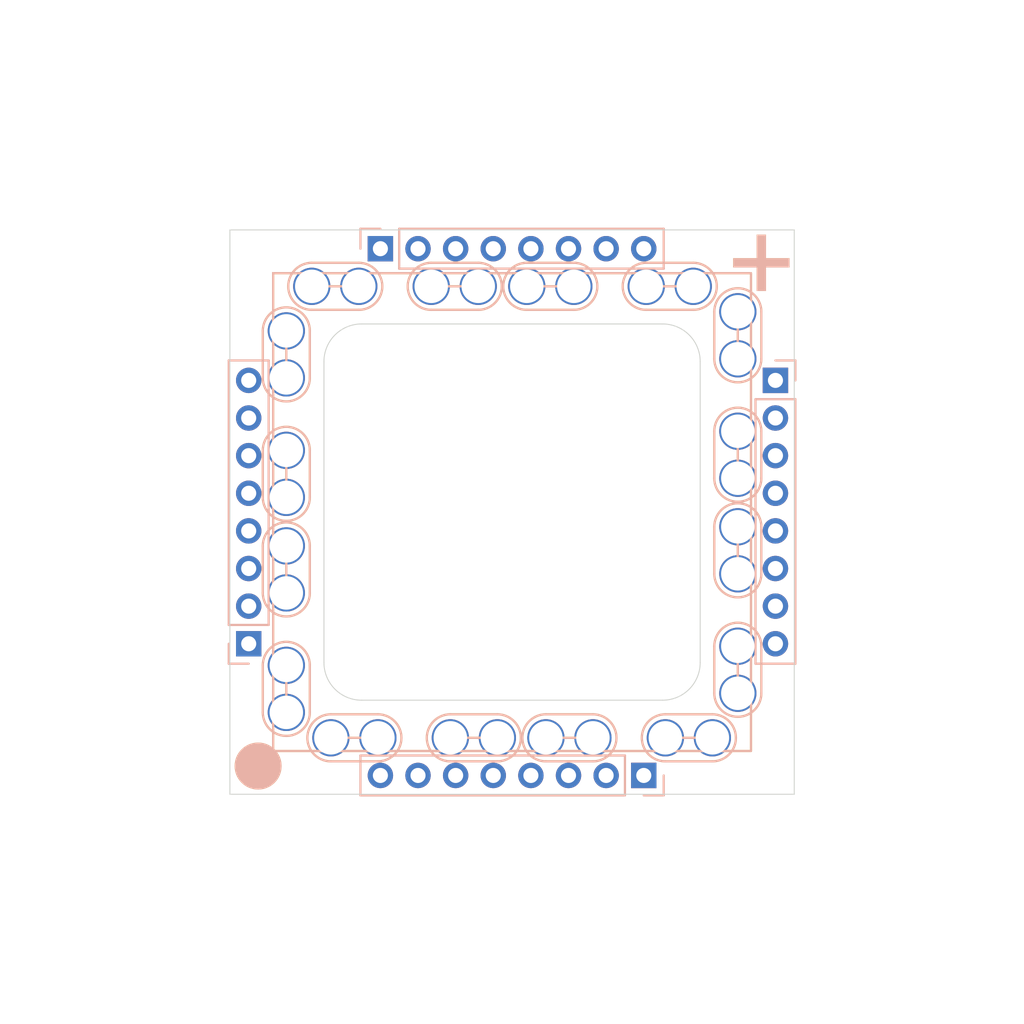
<source format=kicad_pcb>
(kicad_pcb (version 20210722) (generator pcbnew)
  (layers (0 "F.Cu" signal) (31 "B.Cu" signal) (34 "B.Paste" user) (35 "F.Paste" user) (36 "B.SilkS" user "B.Silkscreen") (37 "F.SilkS" user "F.Silkscreen") (38 "B.Mask" user) (39 "F.Mask" user) (44 "Edge.Cuts" user))
  (net 0 "")
  (footprint "custom_footprints:0921-pair" (layer "F.Cu") (at 12 8.382 90)
    (fp_text reference "J37" hide)
    (fp_text value "Conn_01x02" hide)
    (fp_line (start -1.25 0) (end 1.25 0) (layer "B.SilkS") (width 0.12))
    (fp_line (start -1.25 1.25) (end 1.25 1.25) (layer "B.SilkS") (width 0.12))
    (fp_line (start -1.25 -1.25) (end 1.25 -1.25) (layer "B.SilkS") (width 0.12))
    (fp_arc (start 1.25 0) (end 1.25 1.25) (angle -180) (layer "B.SilkS") (width 0.12))
    (fp_arc (start -1.25 0) (end -1.25 -1.25) (angle -180) (layer "B.SilkS") (width 0.12))
    (fp_line (start 1.25 -1.25) (end -1.25 -1.25) (layer "F.SilkS") (width 0.12))
    (fp_line (start 1.25 0) (end -1.25 0) (layer "F.SilkS") (width 0.12))
    (fp_line (start 1.25 1.25) (end -1.25 1.25) (layer "F.SilkS") (width 0.12))
    (fp_arc (start 1.25 0) (end 1.25 -1.25) (angle 180) (layer "F.SilkS") (width 0.12))
    (fp_arc (start -1.25 0) (end -1.25 1.25) (angle 180) (layer "F.SilkS") (width 0.12))
    (pad "1" thru_hole circle (at -1.25 0 90) (size 1.98 1.98) (drill 1.78) (layers *.Cu *.Mask))
    (pad "2" thru_hole circle (at 1.25 0 90) (size 1.98 1.98) (drill 1.78) (layers *.Cu *.Mask))
  )
  (footprint "custom_footprints:0921-pair" (layer "F.Cu") (at 2.032 -12 180)
    (fp_text reference "J10" hide)
    (fp_text value "Conn_01x02" hide)
    (fp_line (start -1.25 0) (end 1.25 0) (layer "B.SilkS") (width 0.12))
    (fp_line (start -1.25 1.25) (end 1.25 1.25) (layer "B.SilkS") (width 0.12))
    (fp_line (start -1.25 -1.25) (end 1.25 -1.25) (layer "B.SilkS") (width 0.12))
    (fp_arc (start -1.25 0) (end -1.25 -1.25) (angle -180) (layer "B.SilkS") (width 0.12))
    (fp_arc (start 1.25 0) (end 1.25 1.25) (angle -180) (layer "B.SilkS") (width 0.12))
    (fp_line (start 1.25 -1.25) (end -1.25 -1.25) (layer "F.SilkS") (width 0.12))
    (fp_line (start 1.25 1.25) (end -1.25 1.25) (layer "F.SilkS") (width 0.12))
    (fp_line (start 1.25 0) (end -1.25 0) (layer "F.SilkS") (width 0.12))
    (fp_arc (start 1.25 0) (end 1.25 -1.25) (angle 180) (layer "F.SilkS") (width 0.12))
    (fp_arc (start -1.25 0) (end -1.25 1.25) (angle 180) (layer "F.SilkS") (width 0.12))
    (pad "1" thru_hole circle (at -1.25 0 180) (size 1.98 1.98) (drill 1.78) (layers *.Cu *.Mask))
    (pad "2" thru_hole circle (at 1.25 0 180) (size 1.98 1.98) (drill 1.78) (layers *.Cu *.Mask))
  )
  (footprint "custom_footprints:PTT-one-pin" (layer "F.Cu") (at 14 7)
    (fp_text reference "J28" hide)
    (fp_text value "Conn_01x01" hide)
    (pad "1" thru_hole circle (at 0 0) (size 1.3 1.3) (drill 0.762) (layers *.Cu *.Mask))
  )
  (footprint "custom_footprints:PTT-one-pin" (layer "F.Cu") (at 14 1)
    (fp_text reference "J33" hide)
    (fp_text value "Conn_01x01" hide)
    (pad "1" thru_hole circle (at 0 0) (size 1.3 1.3) (drill 0.762) (layers *.Cu *.Mask))
  )
  (footprint "custom_footprints:0921-pair" (layer "F.Cu") (at -8.382 12)
    (fp_text reference "J40" hide)
    (fp_text value "Conn_01x02" hide)
    (fp_line (start -1.25 1.25) (end 1.25 1.25) (layer "B.SilkS") (width 0.12))
    (fp_line (start -1.25 0) (end 1.25 0) (layer "B.SilkS") (width 0.12))
    (fp_line (start -1.25 -1.25) (end 1.25 -1.25) (layer "B.SilkS") (width 0.12))
    (fp_arc (start 1.25 0) (end 1.25 1.25) (angle -180) (layer "B.SilkS") (width 0.12))
    (fp_arc (start -1.25 0) (end -1.25 -1.25) (angle -180) (layer "B.SilkS") (width 0.12))
    (fp_line (start 1.25 0) (end -1.25 0) (layer "F.SilkS") (width 0.12))
    (fp_line (start 1.25 1.25) (end -1.25 1.25) (layer "F.SilkS") (width 0.12))
    (fp_line (start 1.25 -1.25) (end -1.25 -1.25) (layer "F.SilkS") (width 0.12))
    (fp_arc (start -1.25 0) (end -1.25 1.25) (angle 180) (layer "F.SilkS") (width 0.12))
    (fp_arc (start 1.25 0) (end 1.25 -1.25) (angle 180) (layer "F.SilkS") (width 0.12))
    (pad "1" thru_hole circle (at -1.25 0) (size 1.98 1.98) (drill 1.78) (layers *.Cu *.Mask))
    (pad "2" thru_hole circle (at 1.25 0) (size 1.98 1.98) (drill 1.78) (layers *.Cu *.Mask))
  )
  (footprint "custom_footprints:PTT-one-pin" (layer "F.Cu") (at 14 -1)
    (fp_text reference "J34" hide)
    (fp_text value "Conn_01x01" hide)
    (pad "1" thru_hole circle (at 0 0) (size 1.3 1.3) (drill 0.762) (layers *.Cu *.Mask))
  )
  (footprint "custom_footprints:PTT-one-pin" (layer "F.Cu") (at -14 5)
    (fp_text reference "J26" hide)
    (fp_text value "Conn_01x01" hide)
    (pad "1" thru_hole circle (at 0 0) (size 1.3 1.3) (drill 0.762) (layers *.Cu *.Mask))
  )
  (footprint "custom_footprints:0921-pair" (layer "F.Cu") (at -9.398 -12)
    (fp_text reference "J30" hide)
    (fp_text value "Conn_01x02" hide)
    (fp_line (start -1.25 -1.25) (end 1.25 -1.25) (layer "B.SilkS") (width 0.12))
    (fp_line (start -1.25 1.25) (end 1.25 1.25) (layer "B.SilkS") (width 0.12))
    (fp_line (start -1.25 0) (end 1.25 0) (layer "B.SilkS") (width 0.12))
    (fp_arc (start 1.25 0) (end 1.25 1.25) (angle -180) (layer "B.SilkS") (width 0.12))
    (fp_arc (start -1.25 0) (end -1.25 -1.25) (angle -180) (layer "B.SilkS") (width 0.12))
    (fp_line (start 1.25 -1.25) (end -1.25 -1.25) (layer "F.SilkS") (width 0.12))
    (fp_line (start 1.25 0) (end -1.25 0) (layer "F.SilkS") (width 0.12))
    (fp_line (start 1.25 1.25) (end -1.25 1.25) (layer "F.SilkS") (width 0.12))
    (fp_arc (start 1.25 0) (end 1.25 -1.25) (angle 180) (layer "F.SilkS") (width 0.12))
    (fp_arc (start -1.25 0) (end -1.25 1.25) (angle 180) (layer "F.SilkS") (width 0.12))
    (pad "1" thru_hole circle (at -1.25 0) (size 1.98 1.98) (drill 1.78) (layers *.Cu *.Mask))
    (pad "2" thru_hole circle (at 1.25 0) (size 1.98 1.98) (drill 1.78) (layers *.Cu *.Mask))
  )
  (footprint "custom_footprints:PTT-one-pin" (layer "F.Cu") (at -14 7)
    (fp_text reference "J45" hide)
    (fp_text value "Conn_01x01" hide)
    (pad "1" thru_hole circle (at 0 0) (size 1.3 1.3) (drill 0.762) (layers *.Cu *.Mask))
  )
  (footprint "custom_footprints:PTT-one-pin" (layer "F.Cu") (at -14 -5)
    (fp_text reference "J46" hide)
    (fp_text value "Conn_01x01" hide)
    (pad "1" thru_hole circle (at 0 0) (size 1.3 1.3) (drill 0.762) (layers *.Cu *.Mask))
  )
  (footprint "custom_footprints:0921-pair" (layer "F.Cu") (at 8.382 -12 180)
    (fp_text reference "J9" hide)
    (fp_text value "Conn_01x02" hide)
    (fp_line (start -1.25 0) (end 1.25 0) (layer "B.SilkS") (width 0.12))
    (fp_line (start -1.25 -1.25) (end 1.25 -1.25) (layer "B.SilkS") (width 0.12))
    (fp_line (start -1.25 1.25) (end 1.25 1.25) (layer "B.SilkS") (width 0.12))
    (fp_arc (start 1.25 0) (end 1.25 1.25) (angle -180) (layer "B.SilkS") (width 0.12))
    (fp_arc (start -1.25 0) (end -1.25 -1.25) (angle -180) (layer "B.SilkS") (width 0.12))
    (fp_line (start 1.25 -1.25) (end -1.25 -1.25) (layer "F.SilkS") (width 0.12))
    (fp_line (start 1.25 0) (end -1.25 0) (layer "F.SilkS") (width 0.12))
    (fp_line (start 1.25 1.25) (end -1.25 1.25) (layer "F.SilkS") (width 0.12))
    (fp_arc (start 1.25 0) (end 1.25 -1.25) (angle 180) (layer "F.SilkS") (width 0.12))
    (fp_arc (start -1.25 0) (end -1.25 1.25) (angle 180) (layer "F.SilkS") (width 0.12))
    (pad "1" thru_hole circle (at -1.25 0 180) (size 1.98 1.98) (drill 1.78) (layers *.Cu *.Mask))
    (pad "2" thru_hole circle (at 1.25 0 180) (size 1.98 1.98) (drill 1.78) (layers *.Cu *.Mask))
  )
  (footprint "custom_footprints:PTT-one-pin" (layer "F.Cu") (at 14 5)
    (fp_text reference "J29" hide)
    (fp_text value "Conn_01x01" hide)
    (pad "1" thru_hole circle (at 0 0) (size 1.3 1.3) (drill 0.762) (layers *.Cu *.Mask))
  )
  (footprint "custom_footprints:PTT-one-pin" (layer "F.Cu") (at 14 3)
    (fp_text reference "J31" hide)
    (fp_text value "Conn_01x01" hide)
    (pad "1" thru_hole circle (at 0 0) (size 1.3 1.3) (drill 0.762) (layers *.Cu *.Mask))
  )
  (footprint "custom_footprints:0921-pair" (layer "F.Cu") (at -2.032 12)
    (fp_text reference "J39" hide)
    (fp_text value "Conn_01x02" hide)
    (fp_line (start -1.25 -1.25) (end 1.25 -1.25) (layer "B.SilkS") (width 0.12))
    (fp_line (start -1.25 0) (end 1.25 0) (layer "B.SilkS") (width 0.12))
    (fp_line (start -1.25 1.25) (end 1.25 1.25) (layer "B.SilkS") (width 0.12))
    (fp_arc (start -1.25 0) (end -1.25 -1.25) (angle -180) (layer "B.SilkS") (width 0.12))
    (fp_arc (start 1.25 0) (end 1.25 1.25) (angle -180) (layer "B.SilkS") (width 0.12))
    (fp_line (start 1.25 0) (end -1.25 0) (layer "F.SilkS") (width 0.12))
    (fp_line (start 1.25 -1.25) (end -1.25 -1.25) (layer "F.SilkS") (width 0.12))
    (fp_line (start 1.25 1.25) (end -1.25 1.25) (layer "F.SilkS") (width 0.12))
    (fp_arc (start -1.25 0) (end -1.25 1.25) (angle 180) (layer "F.SilkS") (width 0.12))
    (fp_arc (start 1.25 0) (end 1.25 -1.25) (angle 180) (layer "F.SilkS") (width 0.12))
    (pad "1" thru_hole circle (at -1.25 0) (size 1.98 1.98) (drill 1.78) (layers *.Cu *.Mask))
    (pad "2" thru_hole circle (at 1.25 0) (size 1.98 1.98) (drill 1.78) (layers *.Cu *.Mask))
  )
  (footprint "custom_footprints:PTT-one-pin" (layer "F.Cu") (at 7 -14)
    (fp_text reference "J44" hide)
    (fp_text value "Conn_01x01" hide)
    (pad "1" thru_hole circle (at 0 0) (size 1.3 1.3) (drill 0.762) (layers *.Cu *.Mask))
  )
  (footprint "custom_footprints:PTT-one-pin" (layer "F.Cu") (at -14 -7)
    (fp_text reference "J47" hide)
    (fp_text value "Conn_01x01" hide)
    (pad "1" thru_hole circle (at 0 0) (size 1.3 1.3) (drill 0.762) (layers *.Cu *.Mask))
  )
  (footprint "custom_footprints:0921-pair" (layer "F.Cu") (at 12 -9.398 -90)
    (fp_text reference "J14" hide)
    (fp_text value "Conn_01x02" hide)
    (fp_line (start -1.25 -1.25) (end 1.25 -1.25) (layer "B.SilkS") (width 0.12))
    (fp_line (start -1.25 0) (end 1.25 0) (layer "B.SilkS") (width 0.12))
    (fp_line (start -1.25 1.25) (end 1.25 1.25) (layer "B.SilkS") (width 0.12))
    (fp_arc (start -1.25 0) (end -1.25 -1.25) (angle -180) (layer "B.SilkS") (width 0.12))
    (fp_arc (start 1.25 0) (end 1.25 1.25) (angle -180) (layer "B.SilkS") (width 0.12))
    (fp_line (start 1.25 0) (end -1.25 0) (layer "F.SilkS") (width 0.12))
    (fp_line (start 1.25 1.25) (end -1.25 1.25) (layer "F.SilkS") (width 0.12))
    (fp_line (start 1.25 -1.25) (end -1.25 -1.25) (layer "F.SilkS") (width 0.12))
    (fp_arc (start 1.25 0) (end 1.25 -1.25) (angle 180) (layer "F.SilkS") (width 0.12))
    (fp_arc (start -1.25 0) (end -1.25 1.25) (angle 180) (layer "F.SilkS") (width 0.12))
    (pad "1" thru_hole circle (at -1.25 0 270) (size 1.98 1.98) (drill 1.78) (layers *.Cu *.Mask))
    (pad "2" thru_hole circle (at 1.25 0 270) (size 1.98 1.98) (drill 1.78) (layers *.Cu *.Mask))
  )
  (footprint "custom_footprints:PTT-one-pin" (layer "F.Cu") (at -5 14)
    (fp_text reference "J42" hide)
    (fp_text value "Conn_01x01" hide)
    (pad "1" thru_hole circle (at 0 0) (size 1.3 1.3) (drill 0.762) (layers *.Cu *.Mask))
  )
  (footprint "custom_footprints:PTT-one-pin" (layer "F.Cu") (at 1 14)
    (fp_text reference "J41" hide)
    (fp_text value "Conn_01x01" hide)
    (pad "1" thru_hole circle (at 0 0) (size 1.3 1.3) (drill 0.762) (layers *.Cu *.Mask))
  )
  (footprint "custom_footprints:0921-pair" (layer "F.Cu") (at -3.048 -12)
    (fp_text reference "J27" hide)
    (fp_text value "Conn_01x02" hide)
    (fp_line (start -1.25 1.25) (end 1.25 1.25) (layer "B.SilkS") (width 0.12))
    (fp_line (start -1.25 -1.25) (end 1.25 -1.25) (layer "B.SilkS") (width 0.12))
    (fp_line (start -1.25 0) (end 1.25 0) (layer "B.SilkS") (width 0.12))
    (fp_arc (start -1.25 0) (end -1.25 -1.25) (angle -180) (layer "B.SilkS") (width 0.12))
    (fp_arc (start 1.25 0) (end 1.25 1.25) (angle -180) (layer "B.SilkS") (width 0.12))
    (fp_line (start 1.25 1.25) (end -1.25 1.25) (layer "F.SilkS") (width 0.12))
    (fp_line (start 1.25 -1.25) (end -1.25 -1.25) (layer "F.SilkS") (width 0.12))
    (fp_line (start 1.25 0) (end -1.25 0) (layer "F.SilkS") (width 0.12))
    (fp_arc (start 1.25 0) (end 1.25 -1.25) (angle 180) (layer "F.SilkS") (width 0.12))
    (fp_arc (start -1.25 0) (end -1.25 1.25) (angle 180) (layer "F.SilkS") (width 0.12))
    (pad "1" thru_hole circle (at -1.25 0) (size 1.98 1.98) (drill 1.78) (layers *.Cu *.Mask))
    (pad "2" thru_hole circle (at 1.25 0) (size 1.98 1.98) (drill 1.78) (layers *.Cu *.Mask))
  )
  (footprint "custom_footprints:0921-pair" (layer "F.Cu") (at 12 -3.048 -90)
    (fp_text reference "J13" hide)
    (fp_text value "Conn_01x02" hide)
    (fp_line (start -1.25 -1.25) (end 1.25 -1.25) (layer "B.SilkS") (width 0.12))
    (fp_line (start -1.25 1.25) (end 1.25 1.25) (layer "B.SilkS") (width 0.12))
    (fp_line (start -1.25 0) (end 1.25 0) (layer "B.SilkS") (width 0.12))
    (fp_arc (start -1.25 0) (end -1.25 -1.25) (angle -180) (layer "B.SilkS") (width 0.12))
    (fp_arc (start 1.25 0) (end 1.25 1.25) (angle -180) (layer "B.SilkS") (width 0.12))
    (fp_line (start 1.25 -1.25) (end -1.25 -1.25) (layer "F.SilkS") (width 0.12))
    (fp_line (start 1.25 1.25) (end -1.25 1.25) (layer "F.SilkS") (width 0.12))
    (fp_line (start 1.25 0) (end -1.25 0) (layer "F.SilkS") (width 0.12))
    (fp_arc (start -1.25 0) (end -1.25 1.25) (angle 180) (layer "F.SilkS") (width 0.12))
    (fp_arc (start 1.25 0) (end 1.25 -1.25) (angle 180) (layer "F.SilkS") (width 0.12))
    (pad "1" thru_hole circle (at -1.25 0 270) (size 1.98 1.98) (drill 1.78) (layers *.Cu *.Mask))
    (pad "2" thru_hole circle (at 1.25 0 270) (size 1.98 1.98) (drill 1.78) (layers *.Cu *.Mask))
  )
  (footprint "custom_footprints:PTT-one-pin" (layer "F.Cu") (at -14 -3)
    (fp_text reference "J48" hide)
    (fp_text value "Conn_01x01" hide)
    (pad "1" thru_hole circle (at 0 0) (size 1.3 1.3) (drill 0.762) (layers *.Cu *.Mask))
  )
  (footprint "custom_footprints:0921-pair" (layer "F.Cu") (at -12 3.048 -90)
    (fp_text reference "J21" hide)
    (fp_text value "Conn_01x02" hide)
    (fp_line (start -1.25 0) (end 1.25 0) (layer "B.SilkS") (width 0.12))
    (fp_line (start -1.25 -1.25) (end 1.25 -1.25) (layer "B.SilkS") (width 0.12))
    (fp_line (start -1.25 1.25) (end 1.25 1.25) (layer "B.SilkS") (width 0.12))
    (fp_arc (start 1.25 0) (end 1.25 1.25) (angle -180) (layer "B.SilkS") (width 0.12))
    (fp_arc (start -1.25 0) (end -1.25 -1.25) (angle -180) (layer "B.SilkS") (width 0.12))
    (fp_line (start 1.25 0) (end -1.25 0) (layer "F.SilkS") (width 0.12))
    (fp_line (start 1.25 -1.25) (end -1.25 -1.25) (layer "F.SilkS") (width 0.12))
    (fp_line (start 1.25 1.25) (end -1.25 1.25) (layer "F.SilkS") (width 0.12))
    (fp_arc (start -1.25 0) (end -1.25 1.25) (angle 180) (layer "F.SilkS") (width 0.12))
    (fp_arc (start 1.25 0) (end 1.25 -1.25) (angle 180) (layer "F.SilkS") (width 0.12))
    (pad "1" thru_hole circle (at -1.25 0 270) (size 1.98 1.98) (drill 1.78) (layers *.Cu *.Mask))
    (pad "2" thru_hole circle (at 1.25 0 270) (size 1.98 1.98) (drill 1.78) (layers *.Cu *.Mask))
  )
  (footprint "custom_footprints:0921-pair" (layer "F.Cu") (at 9.398 12)
    (fp_text reference "J36" hide)
    (fp_text value "Conn_01x02" hide)
    (fp_line (start -1.25 0) (end 1.25 0) (layer "B.SilkS") (width 0.12))
    (fp_line (start -1.25 -1.25) (end 1.25 -1.25) (layer "B.SilkS") (width 0.12))
    (fp_line (start -1.25 1.25) (end 1.25 1.25) (layer "B.SilkS") (width 0.12))
    (fp_arc (start 1.25 0) (end 1.25 1.25) (angle -180) (layer "B.SilkS") (width 0.12))
    (fp_arc (start -1.25 0) (end -1.25 -1.25) (angle -180) (layer "B.SilkS") (width 0.12))
    (fp_line (start 1.25 1.25) (end -1.25 1.25) (layer "F.SilkS") (width 0.12))
    (fp_line (start 1.25 0) (end -1.25 0) (layer "F.SilkS") (width 0.12))
    (fp_line (start 1.25 -1.25) (end -1.25 -1.25) (layer "F.SilkS") (width 0.12))
    (fp_arc (start 1.25 0) (end 1.25 -1.25) (angle 180) (layer "F.SilkS") (width 0.12))
    (fp_arc (start -1.25 0) (end -1.25 1.25) (angle 180) (layer "F.SilkS") (width 0.12))
    (pad "1" thru_hole circle (at -1.25 0) (size 1.98 1.98) (drill 1.78) (layers *.Cu *.Mask))
    (pad "2" thru_hole circle (at 1.25 0) (size 1.98 1.98) (drill 1.78) (layers *.Cu *.Mask))
  )
  (footprint "custom_footprints:0921-pair" (layer "F.Cu") (at -12 -8.382 -90)
    (fp_text reference "J11" hide)
    (fp_text value "Conn_01x02" hide)
    (fp_line (start -1.25 0) (end 1.25 0) (layer "B.SilkS") (width 0.12))
    (fp_line (start -1.25 1.25) (end 1.25 1.25) (layer "B.SilkS") (width 0.12))
    (fp_line (start -1.25 -1.25) (end 1.25 -1.25) (layer "B.SilkS") (width 0.12))
    (fp_arc (start 1.25 0) (end 1.25 1.25) (angle -180) (layer "B.SilkS") (width 0.12))
    (fp_arc (start -1.25 0) (end -1.25 -1.25) (angle -180) (layer "B.SilkS") (width 0.12))
    (fp_line (start 1.25 1.25) (end -1.25 1.25) (layer "F.SilkS") (width 0.12))
    (fp_line (start 1.25 -1.25) (end -1.25 -1.25) (layer "F.SilkS") (width 0.12))
    (fp_line (start 1.25 0) (end -1.25 0) (layer "F.SilkS") (width 0.12))
    (fp_arc (start 1.25 0) (end 1.25 -1.25) (angle 180) (layer "F.SilkS") (width 0.12))
    (fp_arc (start -1.25 0) (end -1.25 1.25) (angle 180) (layer "F.SilkS") (width 0.12))
    (pad "1" thru_hole circle (at -1.25 0 270) (size 1.98 1.98) (drill 1.78) (layers *.Cu *.Mask))
    (pad "2" thru_hole circle (at 1.25 0 270) (size 1.98 1.98) (drill 1.78) (layers *.Cu *.Mask))
  )
  (footprint "custom_footprints:0921-pair" (layer "F.Cu") (at 3.048 12)
    (fp_text reference "J38" hide)
    (fp_text value "Conn_01x02" hide)
    (fp_line (start -1.25 0) (end 1.25 0) (layer "B.SilkS") (width 0.12))
    (fp_line (start -1.25 1.25) (end 1.25 1.25) (layer "B.SilkS") (width 0.12))
    (fp_line (start -1.25 -1.25) (end 1.25 -1.25) (layer "B.SilkS") (width 0.12))
    (fp_arc (start -1.25 0) (end -1.25 -1.25) (angle -180) (layer "B.SilkS") (width 0.12))
    (fp_arc (start 1.25 0) (end 1.25 1.25) (angle -180) (layer "B.SilkS") (width 0.12))
    (fp_line (start 1.25 0) (end -1.25 0) (layer "F.SilkS") (width 0.12))
    (fp_line (start 1.25 -1.25) (end -1.25 -1.25) (layer "F.SilkS") (width 0.12))
    (fp_line (start 1.25 1.25) (end -1.25 1.25) (layer "F.SilkS") (width 0.12))
    (fp_arc (start 1.25 0) (end 1.25 -1.25) (angle 180) (layer "F.SilkS") (width 0.12))
    (fp_arc (start -1.25 0) (end -1.25 1.25) (angle 180) (layer "F.SilkS") (width 0.12))
    (pad "1" thru_hole circle (at -1.25 0) (size 1.98 1.98) (drill 1.78) (layers *.Cu *.Mask))
    (pad "2" thru_hole circle (at 1.25 0) (size 1.98 1.98) (drill 1.78) (layers *.Cu *.Mask))
  )
  (footprint "custom_footprints:0921-pair" (layer "F.Cu") (at -12 9.398 -90)
    (fp_text reference "J18" hide)
    (fp_text value "Conn_01x02" hide)
    (fp_line (start -1.25 0) (end 1.25 0) (layer "B.SilkS") (width 0.12))
    (fp_line (start -1.25 1.25) (end 1.25 1.25) (layer "B.SilkS") (width 0.12))
    (fp_line (start -1.25 -1.25) (end 1.25 -1.25) (layer "B.SilkS") (width 0.12))
    (fp_arc (start -1.25 0) (end -1.25 -1.25) (angle -180) (layer "B.SilkS") (width 0.12))
    (fp_arc (start 1.25 0) (end 1.25 1.25) (angle -180) (layer "B.SilkS") (width 0.12))
    (fp_line (start 1.25 -1.25) (end -1.25 -1.25) (layer "F.SilkS") (width 0.12))
    (fp_line (start 1.25 0) (end -1.25 0) (layer "F.SilkS") (width 0.12))
    (fp_line (start 1.25 1.25) (end -1.25 1.25) (layer "F.SilkS") (width 0.12))
    (fp_arc (start -1.25 0) (end -1.25 1.25) (angle 180) (layer "F.SilkS") (width 0.12))
    (fp_arc (start 1.25 0) (end 1.25 -1.25) (angle 180) (layer "F.SilkS") (width 0.12))
    (pad "1" thru_hole circle (at -1.25 0 270) (size 1.98 1.98) (drill 1.78) (layers *.Cu *.Mask))
    (pad "2" thru_hole circle (at 1.25 0 270) (size 1.98 1.98) (drill 1.78) (layers *.Cu *.Mask))
  )
  (footprint "custom_footprints:0921-pair" (layer "F.Cu") (at -12 -2.032 -90)
    (fp_text reference "J12" hide)
    (fp_text value "Conn_01x02" hide)
    (fp_line (start -1.25 0) (end 1.25 0) (layer "B.SilkS") (width 0.12))
    (fp_line (start -1.25 -1.25) (end 1.25 -1.25) (layer "B.SilkS") (width 0.12))
    (fp_line (start -1.25 1.25) (end 1.25 1.25) (layer "B.SilkS") (width 0.12))
    (fp_arc (start 1.25 0) (end 1.25 1.25) (angle -180) (layer "B.SilkS") (width 0.12))
    (fp_arc (start -1.25 0) (end -1.25 -1.25) (angle -180) (layer "B.SilkS") (width 0.12))
    (fp_line (start 1.25 1.25) (end -1.25 1.25) (layer "F.SilkS") (width 0.12))
    (fp_line (start 1.25 0) (end -1.25 0) (layer "F.SilkS") (width 0.12))
    (fp_line (start 1.25 -1.25) (end -1.25 -1.25) (layer "F.SilkS") (width 0.12))
    (fp_arc (start -1.25 0) (end -1.25 1.25) (angle 180) (layer "F.SilkS") (width 0.12))
    (fp_arc (start 1.25 0) (end 1.25 -1.25) (angle 180) (layer "F.SilkS") (width 0.12))
    (pad "1" thru_hole circle (at -1.25 0 270) (size 1.98 1.98) (drill 1.78) (layers *.Cu *.Mask))
    (pad "2" thru_hole circle (at 1.25 0 270) (size 1.98 1.98) (drill 1.78) (layers *.Cu *.Mask))
  )
  (footprint "custom_footprints:PTT-one-pin" (layer "F.Cu") (at -14 -1)
    (fp_text reference "J43" hide)
    (fp_text value "Conn_01x01" hide)
    (pad "1" thru_hole circle (at 0 0) (size 1.3 1.3) (drill 0.762) (layers *.Cu *.Mask))
  )
  (footprint "custom_footprints:0921-pair" (layer "F.Cu") (at 12 2.032 90)
    (fp_text reference "J35" hide)
    (fp_text value "Conn_01x02" hide)
    (fp_line (start -1.25 -1.25) (end 1.25 -1.25) (layer "B.SilkS") (width 0.12))
    (fp_line (start -1.25 0) (end 1.25 0) (layer "B.SilkS") (width 0.12))
    (fp_line (start -1.25 1.25) (end 1.25 1.25) (layer "B.SilkS") (width 0.12))
    (fp_arc (start 1.25 0) (end 1.25 1.25) (angle -180) (layer "B.SilkS") (width 0.12))
    (fp_arc (start -1.25 0) (end -1.25 -1.25) (angle -180) (layer "B.SilkS") (width 0.12))
    (fp_line (start 1.25 -1.25) (end -1.25 -1.25) (layer "F.SilkS") (width 0.12))
    (fp_line (start 1.25 0) (end -1.25 0) (layer "F.SilkS") (width 0.12))
    (fp_line (start 1.25 1.25) (end -1.25 1.25) (layer "F.SilkS") (width 0.12))
    (fp_arc (start 1.25 0) (end 1.25 -1.25) (angle 180) (layer "F.SilkS") (width 0.12))
    (fp_arc (start -1.25 0) (end -1.25 1.25) (angle 180) (layer "F.SilkS") (width 0.12))
    (pad "1" thru_hole circle (at -1.25 0 90) (size 1.98 1.98) (drill 1.78) (layers *.Cu *.Mask))
    (pad "2" thru_hole circle (at 1.25 0 90) (size 1.98 1.98) (drill 1.78) (layers *.Cu *.Mask))
  )
  (footprint "custom_footprints:PTT-one-pin" (layer "F.Cu") (at 14 -3)
    (fp_text reference "J32" hide)
    (fp_text value "Conn_01x01" hide)
    (pad "1" thru_hole circle (at 0 0) (size 1.3 1.3) (drill 0.762) (layers *.Cu *.Mask))
  )
  (footprint "custom_footprints:PTT-one-pin" (layer "F.Cu") (at 14 -5)
    (fp_text reference "J25" hide)
    (fp_text value "Conn_01x01" hide)
    (pad "1" thru_hole circle (at 0 0) (size 1.3 1.3) (drill 0.762) (layers *.Cu *.Mask))
  )
  (footprint "custom_footprints:PTT-one-pin" (layer "B.Cu") (at -7 14)
    (fp_text reference "J22" hide)
    (fp_text value "Conn_01x01" hide)
    (pad "1" thru_hole circle (at 0 0) (size 1.3 1.3) (drill 0.762) (layers *.Cu *.Mask))
  )
  (footprint "custom_footprints:PTT-one-pin" (layer "B.Cu") (at -1 14)
    (fp_text reference "J19" hide)
    (fp_text value "Conn_01x01" hide)
    (pad "1" thru_hole circle (at 0 0) (size 1.3 1.3) (drill 0.762) (layers *.Cu *.Mask))
  )
  (footprint "Connector_PinHeader_2.00mm:PinHeader_1x08_P2.00mm_Vertical" (layer "B.Cu") (at -7 -14 -90)
    (fp_text reference "REF**" hide)
    (fp_text value "PinHeader_1x08_P2.00mm_Vertical")
    (fp_line (start -1.06 1.06) (end 0 1.06) (layer "B.SilkS") (width 0.12))
    (fp_line (start 1.06 -1) (end 1.06 -15.06) (layer "B.SilkS") (width 0.12))
    (fp_line (start -1.06 -1) (end -1.06 -15.06) (layer "B.SilkS") (width 0.12))
    (fp_line (start -1.06 -1) (end 1.06 -1) (layer "B.SilkS") (width 0.12))
    (fp_line (start -1.06 -15.06) (end 1.06 -15.06) (layer "B.SilkS") (width 0.12))
    (fp_line (start -1.06 0) (end -1.06 1.06) (layer "B.SilkS") (width 0.12))
    (pad "1" thru_hole rect locked (at 0 0 270) (size 1.35 1.35) (drill 0.8) (layers *.Cu *.Mask))
    (pad "2" thru_hole oval locked (at 0 -2 270) (size 1.35 1.35) (drill 0.8) (layers *.Cu *.Mask))
    (pad "3" thru_hole oval locked (at 0 -4 270) (size 1.35 1.35) (drill 0.8) (layers *.Cu *.Mask))
    (pad "4" thru_hole oval locked (at 0 -6 270) (size 1.35 1.35) (drill 0.8) (layers *.Cu *.Mask))
    (pad "5" thru_hole oval locked (at 0 -8 270) (size 1.35 1.35) (drill 0.8) (layers *.Cu *.Mask))
    (pad "6" thru_hole oval locked (at 0 -10 270) (size 1.35 1.35) (drill 0.8) (layers *.Cu *.Mask))
    (pad "7" thru_hole oval locked (at 0 -12 270) (size 1.35 1.35) (drill 0.8) (layers *.Cu *.Mask))
    (pad "8" thru_hole oval locked (at 0 -14 270) (size 1.35 1.35) (drill 0.8) (layers *.Cu *.Mask))
  )
  (footprint "custom_footprints:PTT-one-pin" (layer "B.Cu") (at 14 -7)
    (fp_text reference "J1" hide)
    (fp_text value "Conn_01x01" hide)
    (pad "1" thru_hole circle (at 0 0) (size 1.3 1.3) (drill 0.762) (layers *.Cu *.Mask))
  )
  (footprint "custom_footprints:PTT-one-pin" (layer "B.Cu") (at -3 -14)
    (fp_text reference "J5" hide)
    (fp_text value "Conn_01x01" hide)
    (pad "1" thru_hole circle (at 0 0) (size 1.3 1.3) (drill 0.762) (layers *.Cu *.Mask))
  )
  (footprint "custom_footprints:PTT-one-pin" (layer "B.Cu") (at -3 14)
    (fp_text reference "J20" hide)
    (fp_text value "Conn_01x01" hide)
    (pad "1" thru_hole circle (at 0 0) (size 1.3 1.3) (drill 0.762) (layers *.Cu *.Mask))
  )
  (footprint "custom_footprints:PTT-one-pin" (layer "B.Cu") (at 1 -14)
    (fp_text reference "J7" hide)
    (fp_text value "Conn_01x01" hide)
    (pad "1" thru_hole circle (at 0 0) (size 1.3 1.3) (drill 0.762) (layers *.Cu *.Mask))
  )
  (footprint "custom_footprints:PTT-one-pin" (layer "B.Cu") (at -1 -14)
    (fp_text reference "J6" hide)
    (fp_text value "Conn_01x01" hide)
    (pad "1" thru_hole circle (at 0 0) (size 1.3 1.3) (drill 0.762) (layers *.Cu *.Mask))
  )
  (footprint "Connector_PinHeader_2.00mm:PinHeader_1x08_P2.00mm_Vertical" (layer "B.Cu") (at 7 14 90)
    (fp_text reference "REF**" hide)
    (fp_text value "PinHeader_1x08_P2.00mm_Vertical")
    (fp_line (start -1.06 1.06) (end 0 1.06) (layer "B.SilkS") (width 0.12))
    (fp_line (start 1.06 -1) (end 1.06 -15.06) (layer "B.SilkS") (width 0.12))
    (fp_line (start -1.06 -1) (end -1.06 -15.06) (layer "B.SilkS") (width 0.12))
    (fp_line (start -1.06 -1) (end 1.06 -1) (layer "B.SilkS") (width 0.12))
    (fp_line (start -1.06 -15.06) (end 1.06 -15.06) (layer "B.SilkS") (width 0.12))
    (fp_line (start -1.06 0) (end -1.06 1.06) (layer "B.SilkS") (width 0.12))
    (pad "1" thru_hole rect locked (at 0 0 90) (size 1.35 1.35) (drill 0.8) (layers *.Cu *.Mask))
    (pad "2" thru_hole oval locked (at 0 -2 90) (size 1.35 1.35) (drill 0.8) (layers *.Cu *.Mask))
    (pad "3" thru_hole oval locked (at 0 -4 90) (size 1.35 1.35) (drill 0.8) (layers *.Cu *.Mask))
    (pad "4" thru_hole oval locked (at 0 -6 90) (size 1.35 1.35) (drill 0.8) (layers *.Cu *.Mask))
    (pad "5" thru_hole oval locked (at 0 -8 90) (size 1.35 1.35) (drill 0.8) (layers *.Cu *.Mask))
    (pad "6" thru_hole oval locked (at 0 -10 90) (size 1.35 1.35) (drill 0.8) (layers *.Cu *.Mask))
    (pad "7" thru_hole oval locked (at 0 -12 90) (size 1.35 1.35) (drill 0.8) (layers *.Cu *.Mask))
    (pad "8" thru_hole oval locked (at 0 -14 90) (size 1.35 1.35) (drill 0.8) (layers *.Cu *.Mask))
  )
  (footprint "custom_footprints:PTT-one-pin" (layer "B.Cu") (at -7 -14)
    (fp_text reference "J3" hide)
    (fp_text value "Conn_01x01" hide)
    (pad "1" thru_hole circle (at 0 0) (size 1.3 1.3) (drill 0.762) (layers *.Cu *.Mask))
  )
  (footprint "custom_footprints:PTT-one-pin" (layer "B.Cu") (at -14 1)
    (fp_text reference "J23" hide)
    (fp_text value "Conn_01x01" hide)
    (pad "1" thru_hole circle (at 0 0) (size 1.3 1.3) (drill 0.762) (layers *.Cu *.Mask))
  )
  (footprint "custom_footprints:PTT-one-pin" (layer "B.Cu") (at 3 -14)
    (fp_text reference "J8" hide)
    (fp_text value "Conn_01x01" hide)
    (pad "1" thru_hole circle (at 0 0) (size 1.3 1.3) (drill 0.762) (layers *.Cu *.Mask))
  )
  (footprint "Connector_PinHeader_2.00mm:PinHeader_1x08_P2.00mm_Vertical" (layer "B.Cu") (at 14 -7 180)
    (fp_text reference "REF**" hide)
    (fp_text value "PinHeader_1x08_P2.00mm_Vertical")
    (fp_line (start -1.06 1.06) (end 0 1.06) (layer "B.SilkS") (width 0.12))
    (fp_line (start 1.06 -1) (end 1.06 -15.06) (layer "B.SilkS") (width 0.12))
    (fp_line (start -1.06 -1) (end -1.06 -15.06) (layer "B.SilkS") (width 0.12))
    (fp_line (start -1.06 -1) (end 1.06 -1) (layer "B.SilkS") (width 0.12))
    (fp_line (start -1.06 -15.06) (end 1.06 -15.06) (layer "B.SilkS") (width 0.12))
    (fp_line (start -1.06 0) (end -1.06 1.06) (layer "B.SilkS") (width 0.12))
    (pad "1" thru_hole rect locked (at 0 0 180) (size 1.35 1.35) (drill 0.8) (layers *.Cu *.Mask))
    (pad "2" thru_hole oval locked (at 0 -2 180) (size 1.35 1.35) (drill 0.8) (layers *.Cu *.Mask))
    (pad "3" thru_hole oval locked (at 0 -4 180) (size 1.35 1.35) (drill 0.8) (layers *.Cu *.Mask))
    (pad "4" thru_hole oval locked (at 0 -6 180) (size 1.35 1.35) (drill 0.8) (layers *.Cu *.Mask))
    (pad "5" thru_hole oval locked (at 0 -8 180) (size 1.35 1.35) (drill 0.8) (layers *.Cu *.Mask))
    (pad "6" thru_hole oval locked (at 0 -10 180) (size 1.35 1.35) (drill 0.8) (layers *.Cu *.Mask))
    (pad "7" thru_hole oval locked (at 0 -12 180) (size 1.35 1.35) (drill 0.8) (layers *.Cu *.Mask))
    (pad "8" thru_hole oval locked (at 0 -14 180) (size 1.35 1.35) (drill 0.8) (layers *.Cu *.Mask))
  )
  (footprint "custom_footprints:PTT-one-pin" (layer "B.Cu") (at 7 14)
    (fp_text reference "J15" hide)
    (fp_text value "Conn_01x01" hide)
    (pad "1" thru_hole circle (at 0 0) (size 1.3 1.3) (drill 0.762) (layers *.Cu *.Mask))
  )
  (footprint "custom_footprints:PTT-one-pin" (layer "B.Cu") (at -5 -14)
    (fp_text reference "J4" hide)
    (fp_text value "Conn_01x01" hide)
    (pad "1" thru_hole circle (at 0 0) (size 1.3 1.3) (drill 0.762) (layers *.Cu *.Mask))
  )
  (footprint "Connector_PinHeader_2.00mm:PinHeader_1x08_P2.00mm_Vertical" (layer "B.Cu") (at -14 7)
    (fp_text reference "REF**" hide)
    (fp_text value "PinHeader_1x08_P2.00mm_Vertical")
    (fp_line (start -1.06 1.06) (end 0 1.06) (layer "B.SilkS") (width 0.12))
    (fp_line (start 1.06 -1) (end 1.06 -15.06) (layer "B.SilkS") (width 0.12))
    (fp_line (start -1.06 -1) (end -1.06 -15.06) (layer "B.SilkS") (width 0.12))
    (fp_line (start -1.06 -1) (end 1.06 -1) (layer "B.SilkS") (width 0.12))
    (fp_line (start -1.06 -15.06) (end 1.06 -15.06) (layer "B.SilkS") (width 0.12))
    (fp_line (start -1.06 0) (end -1.06 1.06) (layer "B.SilkS") (width 0.12))
    (pad "1" thru_hole rect locked (at 0 0) (size 1.35 1.35) (drill 0.8) (layers *.Cu *.Mask))
    (pad "2" thru_hole oval locked (at 0 -2) (size 1.35 1.35) (drill 0.8) (layers *.Cu *.Mask))
    (pad "3" thru_hole oval locked (at 0 -4) (size 1.35 1.35) (drill 0.8) (layers *.Cu *.Mask))
    (pad "4" thru_hole oval locked (at 0 -6) (size 1.35 1.35) (drill 0.8) (layers *.Cu *.Mask))
    (pad "5" thru_hole oval locked (at 0 -8) (size 1.35 1.35) (drill 0.8) (layers *.Cu *.Mask))
    (pad "6" thru_hole oval locked (at 0 -10) (size 1.35 1.35) (drill 0.8) (layers *.Cu *.Mask))
    (pad "7" thru_hole oval locked (at 0 -12) (size 1.35 1.35) (drill 0.8) (layers *.Cu *.Mask))
    (pad "8" thru_hole oval locked (at 0 -14) (size 1.35 1.35) (drill 0.8) (layers *.Cu *.Mask))
  )
  (footprint "custom_footprints:PTT-one-pin" (layer "B.Cu") (at 5 -14)
    (fp_text reference "J2" hide)
    (fp_text value "Conn_01x01" hide)
    (pad "1" thru_hole circle (at 0 0) (size 1.3 1.3) (drill 0.762) (layers *.Cu *.Mask))
  )
  (footprint "custom_footprints:PTT-one-pin" (layer "B.Cu") (at 3 14)
    (fp_text reference "J17" hide)
    (fp_text value "Conn_01x01" hide)
    (pad "1" thru_hole circle (at 0 0) (size 1.3 1.3) (drill 0.762) (layers *.Cu *.Mask))
  )
  (footprint "custom_footprints:PTT-one-pin" (layer "B.Cu") (at -14 3)
    (fp_text reference "J24" hide)
    (fp_text value "Conn_01x01" hide)
    (pad "1" thru_hole circle (at 0 0) (size 1.3 1.3) (drill 0.762) (layers *.Cu *.Mask))
  )
  (footprint "custom_footprints:PTT-one-pin" (layer "B.Cu") (at 5 14)
    (fp_text reference "J16" hide)
    (fp_text value "Conn_01x01" hide)
    (pad "1" thru_hole circle (at 0 0) (size 1.3 1.3) (drill 0.762) (layers *.Cu *.Mask))
  )
  (gr_rect (start 12.7 12.7) (end -12.7 -12.7) (layer "B.SilkS") (width 0.12) (fill none))
  (gr_poly (pts (xy 13 -13.5) (xy 11.75 -13.5) (xy 11.75 -13) (xy 13 -13) (xy 13 -11.75) (xy 13.5 -11.75) (xy 13.5 -13) (xy 14.75 -13) (xy 14.75 -13.5) (xy 13.5 -13.5) (xy 13.5 -14.75) (xy 13 -14.75)) (layer "B.SilkS") (width 0) (fill solid))
  (gr_circle (center -13.5 13.5) (end -14.75 13.5) (layer "B.SilkS") (width 0) (fill solid))
  (gr_rect (start -12.7 12.7) (end 12.7 -12.7) (layer "F.SilkS") (width 0.12) (fill none))
  (gr_circle (center -13.5 13.5) (end -12.25 13.5) (layer "F.SilkS") (width 0) (fill solid))
  (gr_poly (pts (xy 13.5 -13.5) (xy 14.75 -13.5) (xy 14.75 -13) (xy 13.5 -13) (xy 13.5 -11.75) (xy 13 -11.75) (xy 13 -13) (xy 11.75 -13) (xy 11.75 -13.5) (xy 13 -13.5) (xy 13 -14.75) (xy 13.5 -14.75)) (layer "F.SilkS") (width 0) (fill solid))
  (gr_line (start -15 -15) (end -15 15) (layer "Edge.Cuts") (width 0.05))
  (gr_line (start -8 10) (end 8 10) (layer "Edge.Cuts") (width 0.05))
  (gr_line (start 15 15) (end 15 -15) (layer "Edge.Cuts") (width 0.05))
  (gr_arc (start 8 8) (end 8 10) (angle -90) (layer "Edge.Cuts") (width 0.05))
  (gr_line (start 8 -10) (end -8 -10) (layer "Edge.Cuts") (width 0.05))
  (gr_arc (start 8 -8) (end 10 -8) (angle -90) (layer "Edge.Cuts") (width 0.05))
  (gr_line (start 10 8) (end 10 -8) (layer "Edge.Cuts") (width 0.05))
  (gr_arc (start -8 8) (end -10 8) (angle -90) (layer "Edge.Cuts") (width 0.05))
  (gr_line (start 15 -15) (end -15 -15) (layer "Edge.Cuts") (width 0.05))
  (gr_arc (start -8 -8) (end -8 -10) (angle -90) (layer "Edge.Cuts") (width 0.05))
  (gr_line (start -10 -8) (end -10 8) (layer "Edge.Cuts") (width 0.05))
  (gr_line (start -15 15) (end 15 15) (layer "Edge.Cuts") (width 0.05))
)
</source>
